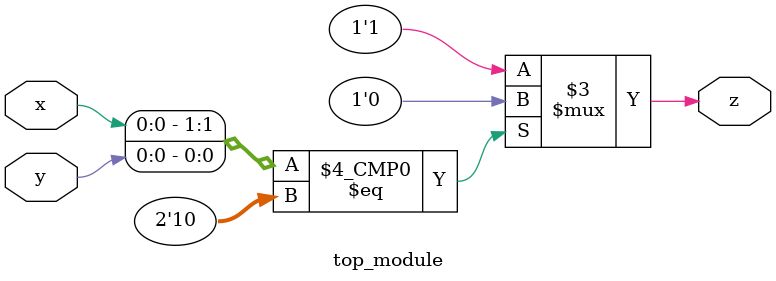
<source format=sv>
module top_module(
	input x,
	input y,
	output z);

    reg z;

    always @(x, y) begin
        case({x, y})
            2'b01: z = 1;
            2'b10: z = 0;
            default: z = 1;
        endcase
    end

endmodule

</source>
